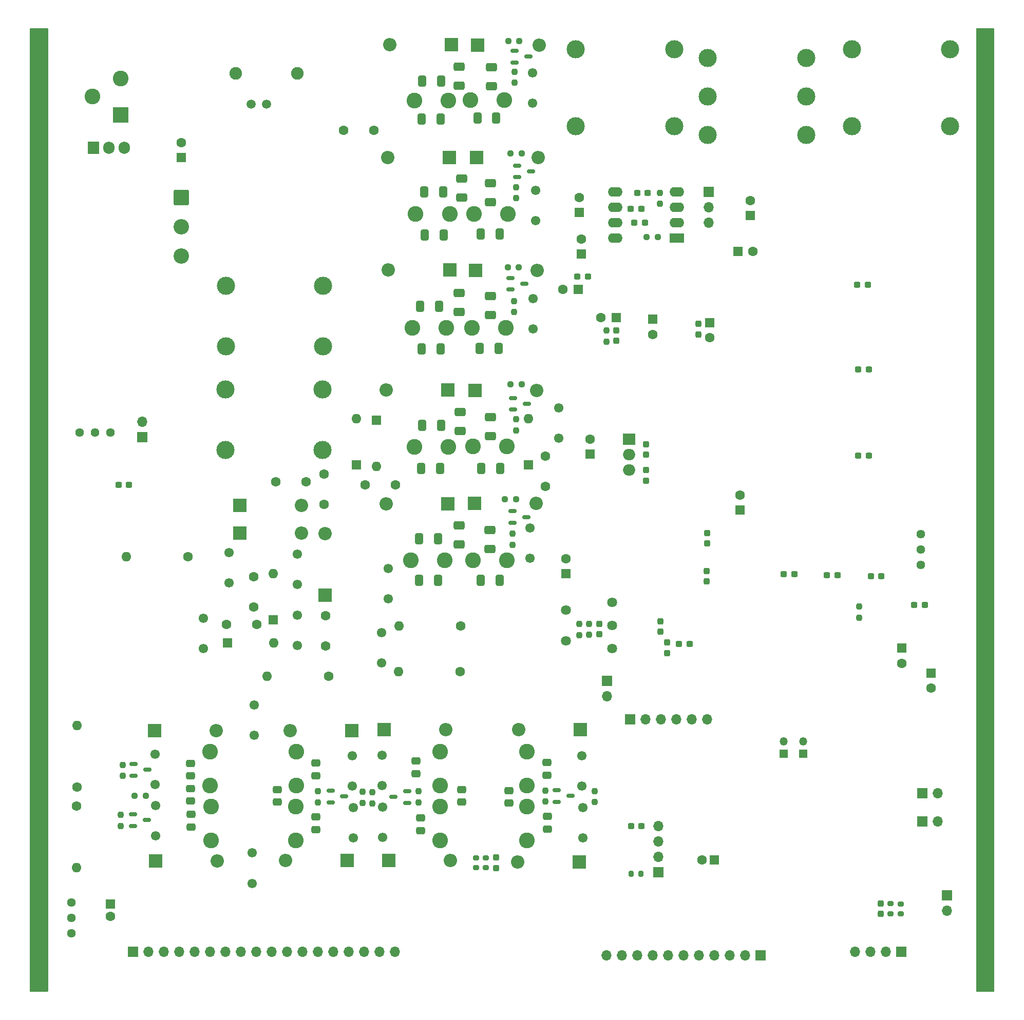
<source format=gbs>
G04 #@! TF.GenerationSoftware,KiCad,Pcbnew,7.0.10*
G04 #@! TF.CreationDate,2024-11-23T11:02:06-08:00*
G04 #@! TF.ProjectId,fieldRadio,6669656c-6452-4616-9469-6f2e6b696361,rev?*
G04 #@! TF.SameCoordinates,Original*
G04 #@! TF.FileFunction,Soldermask,Bot*
G04 #@! TF.FilePolarity,Negative*
%FSLAX46Y46*%
G04 Gerber Fmt 4.6, Leading zero omitted, Abs format (unit mm)*
G04 Created by KiCad (PCBNEW 7.0.10) date 2024-11-23 11:02:06*
%MOMM*%
%LPD*%
G01*
G04 APERTURE LIST*
G04 Aperture macros list*
%AMRoundRect*
0 Rectangle with rounded corners*
0 $1 Rounding radius*
0 $2 $3 $4 $5 $6 $7 $8 $9 X,Y pos of 4 corners*
0 Add a 4 corners polygon primitive as box body*
4,1,4,$2,$3,$4,$5,$6,$7,$8,$9,$2,$3,0*
0 Add four circle primitives for the rounded corners*
1,1,$1+$1,$2,$3*
1,1,$1+$1,$4,$5*
1,1,$1+$1,$6,$7*
1,1,$1+$1,$8,$9*
0 Add four rect primitives between the rounded corners*
20,1,$1+$1,$2,$3,$4,$5,0*
20,1,$1+$1,$4,$5,$6,$7,0*
20,1,$1+$1,$6,$7,$8,$9,0*
20,1,$1+$1,$8,$9,$2,$3,0*%
G04 Aperture macros list end*
%ADD10R,2.200000X2.200000*%
%ADD11O,2.200000X2.200000*%
%ADD12C,1.600000*%
%ADD13C,1.550000*%
%ADD14R,1.905000X2.000000*%
%ADD15O,1.905000X2.000000*%
%ADD16R,1.600000X1.600000*%
%ADD17C,2.600000*%
%ADD18R,1.700000X1.700000*%
%ADD19O,1.700000X1.700000*%
%ADD20C,3.000000*%
%ADD21R,1.350000X1.350000*%
%ADD22O,1.350000X1.350000*%
%ADD23O,1.600000X1.600000*%
%ADD24R,2.000000X1.905000*%
%ADD25O,2.000000X1.905000*%
%ADD26C,1.440000*%
%ADD27R,2.400000X1.600000*%
%ADD28O,2.400000X1.600000*%
%ADD29RoundRect,0.249999X-1.025001X1.025001X-1.025001X-1.025001X1.025001X-1.025001X1.025001X1.025001X0*%
%ADD30C,2.550000*%
%ADD31C,2.090000*%
%ADD32C,1.509000*%
%ADD33R,2.600000X2.600000*%
%ADD34C,1.627000*%
%ADD35RoundRect,0.250000X0.650000X-0.412500X0.650000X0.412500X-0.650000X0.412500X-0.650000X-0.412500X0*%
%ADD36RoundRect,0.237500X0.237500X-0.250000X0.237500X0.250000X-0.237500X0.250000X-0.237500X-0.250000X0*%
%ADD37RoundRect,0.250000X-0.412500X-0.650000X0.412500X-0.650000X0.412500X0.650000X-0.412500X0.650000X0*%
%ADD38RoundRect,0.237500X-0.300000X-0.237500X0.300000X-0.237500X0.300000X0.237500X-0.300000X0.237500X0*%
%ADD39RoundRect,0.250000X0.475000X-0.337500X0.475000X0.337500X-0.475000X0.337500X-0.475000X-0.337500X0*%
%ADD40RoundRect,0.237500X0.300000X0.237500X-0.300000X0.237500X-0.300000X-0.237500X0.300000X-0.237500X0*%
%ADD41RoundRect,0.200000X-0.200000X-0.275000X0.200000X-0.275000X0.200000X0.275000X-0.200000X0.275000X0*%
%ADD42RoundRect,0.237500X0.250000X0.237500X-0.250000X0.237500X-0.250000X-0.237500X0.250000X-0.237500X0*%
%ADD43RoundRect,0.200000X0.275000X-0.200000X0.275000X0.200000X-0.275000X0.200000X-0.275000X-0.200000X0*%
%ADD44RoundRect,0.237500X-0.237500X0.250000X-0.237500X-0.250000X0.237500X-0.250000X0.237500X0.250000X0*%
%ADD45RoundRect,0.237500X0.237500X-0.300000X0.237500X0.300000X-0.237500X0.300000X-0.237500X-0.300000X0*%
%ADD46RoundRect,0.150000X-0.512500X-0.150000X0.512500X-0.150000X0.512500X0.150000X-0.512500X0.150000X0*%
%ADD47RoundRect,0.237500X-0.237500X0.300000X-0.237500X-0.300000X0.237500X-0.300000X0.237500X0.300000X0*%
%ADD48RoundRect,0.150000X0.512500X0.150000X-0.512500X0.150000X-0.512500X-0.150000X0.512500X-0.150000X0*%
%ADD49RoundRect,0.200000X-0.275000X0.200000X-0.275000X-0.200000X0.275000X-0.200000X0.275000X0.200000X0*%
G04 APERTURE END LIST*
D10*
X162830000Y-209557635D03*
D11*
X152670000Y-209557635D03*
D12*
X104640000Y-170420000D03*
X109640000Y-170420000D03*
D13*
X92875000Y-191807635D03*
X92875000Y-196807635D03*
X125575000Y-200600000D03*
X125575000Y-205600000D03*
D14*
X82725000Y-91750000D03*
D15*
X85265000Y-91750000D03*
X87805000Y-91750000D03*
D16*
X185065112Y-209240000D03*
D12*
X183065112Y-209240000D03*
D16*
X220820000Y-178404888D03*
D12*
X220820000Y-180904888D03*
D16*
X168902380Y-119780000D03*
D12*
X166402380Y-119780000D03*
D10*
X124555000Y-209357635D03*
D11*
X114395000Y-209357635D03*
D17*
X139850000Y-196982635D03*
X139850000Y-191382635D03*
D18*
X223480000Y-215055000D03*
D19*
X223480000Y-217595000D03*
D12*
X112770000Y-146890000D03*
X117770000Y-146890000D03*
D18*
X90770000Y-139480000D03*
D19*
X90770000Y-136940000D03*
D13*
X125425000Y-197057635D03*
X125425000Y-192057635D03*
D12*
X123940000Y-88890000D03*
X128940000Y-88890000D03*
D17*
X154225000Y-200432635D03*
X154225000Y-206032635D03*
D20*
X162250000Y-75475000D03*
X178480000Y-75475000D03*
X162250000Y-88175000D03*
X178480000Y-88175000D03*
X120545000Y-114510000D03*
X104545000Y-114510000D03*
X120545000Y-124510000D03*
X104545000Y-124510000D03*
D17*
X139850000Y-200432635D03*
X139850000Y-206032635D03*
D21*
X196500000Y-191720000D03*
D22*
X196500000Y-189720000D03*
D13*
X163450000Y-200632635D03*
X163450000Y-205632635D03*
X116390000Y-173880000D03*
X116390000Y-168880000D03*
D12*
X127520000Y-147375000D03*
X132520000Y-147375000D03*
D16*
X191050000Y-102942379D03*
D12*
X191050000Y-100442379D03*
D16*
X188967621Y-108840000D03*
D12*
X191467621Y-108840000D03*
D17*
X135050000Y-159770000D03*
X140650000Y-159770000D03*
D12*
X157220000Y-142625000D03*
X157220000Y-147625000D03*
D17*
X101975000Y-197007635D03*
X101975000Y-191407635D03*
D10*
X145890000Y-93325000D03*
D11*
X156050000Y-93325000D03*
D13*
X130270000Y-176775000D03*
X130270000Y-171775000D03*
D17*
X102125000Y-200407635D03*
X102125000Y-206007635D03*
D10*
X141200000Y-131675000D03*
D11*
X131040000Y-131675000D03*
D17*
X135310000Y-121420000D03*
X140910000Y-121420000D03*
D16*
X97175000Y-93386395D03*
D12*
X97175000Y-90886395D03*
D16*
X154420000Y-144025000D03*
D23*
X154420000Y-136405000D03*
D20*
X207755000Y-75465000D03*
X223985000Y-75465000D03*
X207755000Y-88165000D03*
X223985000Y-88165000D03*
D16*
X163180000Y-109282379D03*
D12*
X163180000Y-106782379D03*
D17*
X144890000Y-83840000D03*
X150490000Y-83840000D03*
D13*
X100830000Y-174400000D03*
X100830000Y-169400000D03*
X155180000Y-121640000D03*
X155180000Y-116640000D03*
D10*
X141770000Y-74725000D03*
D11*
X131610000Y-74725000D03*
D17*
X145440000Y-102640000D03*
X151040000Y-102640000D03*
D16*
X104860000Y-173450000D03*
D23*
X112480000Y-173450000D03*
D13*
X155640000Y-103740000D03*
X155640000Y-98740000D03*
X130300000Y-197007635D03*
X130300000Y-192007635D03*
D24*
X171050000Y-139870000D03*
D25*
X171050000Y-142410000D03*
X171050000Y-144950000D03*
D26*
X79070000Y-216270000D03*
X79070000Y-218810000D03*
X79070000Y-221350000D03*
D10*
X162980000Y-187732635D03*
D11*
X152820000Y-187732635D03*
D17*
X154200000Y-196982635D03*
X154200000Y-191382635D03*
X145270000Y-159820000D03*
X150870000Y-159820000D03*
D27*
X178920000Y-106680000D03*
D28*
X178920000Y-104140000D03*
X178920000Y-101600000D03*
X178920000Y-99060000D03*
X168760000Y-99060000D03*
X168760000Y-101600000D03*
X168760000Y-104140000D03*
X168760000Y-106680000D03*
D10*
X92845000Y-187957635D03*
D11*
X103005000Y-187957635D03*
D29*
X97250000Y-99975000D03*
D30*
X97250000Y-104775000D03*
X97250000Y-109575000D03*
D17*
X145290000Y-141040000D03*
X150890000Y-141040000D03*
D16*
X189340000Y-151550000D03*
D12*
X189340000Y-149050000D03*
D17*
X135620000Y-83920000D03*
X141220000Y-83920000D03*
D12*
X121050000Y-168930000D03*
X121050000Y-173930000D03*
D10*
X131445000Y-209357635D03*
D11*
X141605000Y-209357635D03*
D16*
X162830000Y-102410000D03*
D12*
X162830000Y-99910000D03*
D13*
X131370000Y-166175000D03*
X131370000Y-161175000D03*
D10*
X106850000Y-155360000D03*
D11*
X117010000Y-155360000D03*
D10*
X141500000Y-111925000D03*
D11*
X131340000Y-111925000D03*
D13*
X108900000Y-213107635D03*
X108900000Y-208107635D03*
X116380000Y-158812365D03*
X116380000Y-163812365D03*
D16*
X85500000Y-216544887D03*
D12*
X85500000Y-218544887D03*
D10*
X141450000Y-93325000D03*
D11*
X131290000Y-93325000D03*
D18*
X192720000Y-224980000D03*
D19*
X190180000Y-224980000D03*
X187640000Y-224980000D03*
X185100000Y-224980000D03*
X182560000Y-224980000D03*
X180020000Y-224980000D03*
X177480000Y-224980000D03*
X174940000Y-224980000D03*
X172400000Y-224980000D03*
X169860000Y-224980000D03*
X167320000Y-224980000D03*
D16*
X129400000Y-136720000D03*
D23*
X129400000Y-144340000D03*
D18*
X167440000Y-179670000D03*
D19*
X167440000Y-182210000D03*
D18*
X215920000Y-224390000D03*
D19*
X213380000Y-224390000D03*
X210840000Y-224390000D03*
X208300000Y-224390000D03*
D10*
X146070000Y-74775000D03*
D11*
X156230000Y-74775000D03*
D13*
X130400000Y-200500000D03*
X130400000Y-205500000D03*
D16*
X215995000Y-174297387D03*
D12*
X215995000Y-176797387D03*
D18*
X184180000Y-98980000D03*
D19*
X184180000Y-101520000D03*
X184180000Y-104060000D03*
D12*
X121550000Y-178960000D03*
D23*
X111390000Y-178960000D03*
D16*
X164595000Y-142310000D03*
D12*
X164595000Y-139810000D03*
D10*
X145560000Y-150425000D03*
D11*
X155720000Y-150425000D03*
D18*
X175850000Y-211320000D03*
D19*
X175850000Y-208780000D03*
X175850000Y-206240000D03*
X175850000Y-203700000D03*
D13*
X109200000Y-183657635D03*
X109200000Y-188657635D03*
X105130000Y-163550000D03*
X105130000Y-158550000D03*
D17*
X145160000Y-121425000D03*
X150760000Y-121425000D03*
D16*
X174960000Y-120057620D03*
D12*
X174960000Y-122557620D03*
D17*
X135630000Y-141140000D03*
X141230000Y-141140000D03*
D31*
X106170000Y-79420000D03*
X116330000Y-79420000D03*
D32*
X111250000Y-84500000D03*
X108710000Y-84500000D03*
D26*
X80470000Y-138725000D03*
X83010000Y-138725000D03*
X85550000Y-138725000D03*
D10*
X125325000Y-187957635D03*
D11*
X115165000Y-187957635D03*
D17*
X135860000Y-102640000D03*
X141460000Y-102640000D03*
D26*
X219150000Y-160607500D03*
X219150000Y-158067500D03*
X219150000Y-155527500D03*
D13*
X159430000Y-139660000D03*
X159430000Y-134660000D03*
D10*
X92945000Y-209457635D03*
D11*
X103105000Y-209457635D03*
D17*
X116175000Y-197007635D03*
X116175000Y-191407635D03*
D12*
X120720000Y-145590000D03*
X120720000Y-150590000D03*
D16*
X160640000Y-162032380D03*
D12*
X160640000Y-159532380D03*
D10*
X145720000Y-111975000D03*
D11*
X155880000Y-111975000D03*
D10*
X130645000Y-187757635D03*
D11*
X140805000Y-187757635D03*
D10*
X120930000Y-165570000D03*
D11*
X120930000Y-155410000D03*
D21*
X199790000Y-191720000D03*
D22*
X199790000Y-189720000D03*
D16*
X162630000Y-115080000D03*
D12*
X160130000Y-115080000D03*
D13*
X93000000Y-200275000D03*
X93000000Y-205275000D03*
D12*
X80020000Y-197210000D03*
D23*
X80020000Y-187050000D03*
D12*
X109180000Y-167530000D03*
X109180000Y-162530000D03*
X98330000Y-159220000D03*
D23*
X88170000Y-159220000D03*
D10*
X145640000Y-131775000D03*
D11*
X155800000Y-131775000D03*
D20*
X184015000Y-83255000D03*
X200245000Y-83255000D03*
X184015000Y-76905000D03*
X200245000Y-76905000D03*
X184015000Y-89605000D03*
X200245000Y-89605000D03*
D13*
X154740000Y-159475000D03*
X154740000Y-154475000D03*
D18*
X219425000Y-198240000D03*
D19*
X221965000Y-198240000D03*
D12*
X143210000Y-178180000D03*
D23*
X133050000Y-178180000D03*
D18*
X171210000Y-186040000D03*
D19*
X173750000Y-186040000D03*
X176290000Y-186040000D03*
X178830000Y-186040000D03*
X181370000Y-186040000D03*
X183910000Y-186040000D03*
D16*
X126100000Y-144050000D03*
D23*
X126100000Y-136430000D03*
D33*
X87250000Y-86280000D03*
D17*
X87250000Y-80280000D03*
X82550000Y-83280000D03*
D19*
X132430000Y-224380000D03*
X129890000Y-224380000D03*
X127350000Y-224380000D03*
X124810000Y-224380000D03*
X122270000Y-224380000D03*
X119730000Y-224380000D03*
X117190000Y-224380000D03*
X114650000Y-224380000D03*
X112110000Y-224380000D03*
X109570000Y-224380000D03*
X107030000Y-224380000D03*
X104490000Y-224380000D03*
X101950000Y-224380000D03*
X99410000Y-224380000D03*
X96870000Y-224380000D03*
X94330000Y-224380000D03*
X91790000Y-224380000D03*
D18*
X89250000Y-224380000D03*
D12*
X143240000Y-170630000D03*
D23*
X133080000Y-170630000D03*
D20*
X120470000Y-131610000D03*
X104470000Y-131610000D03*
X120470000Y-141610000D03*
X104470000Y-141610000D03*
D12*
X79950000Y-200380000D03*
D23*
X79950000Y-210540000D03*
D34*
X160610000Y-168000000D03*
X160610000Y-173080000D03*
X168230000Y-166730000D03*
X168230000Y-170540000D03*
X168230000Y-174350000D03*
D17*
X116125000Y-200457635D03*
X116125000Y-206057635D03*
D13*
X155170000Y-84375000D03*
X155170000Y-79375000D03*
D16*
X112350000Y-169660000D03*
D23*
X112350000Y-162040000D03*
D13*
X163250000Y-197057635D03*
X163250000Y-192057635D03*
D10*
X141120000Y-150475000D03*
D11*
X130960000Y-150475000D03*
D18*
X219425000Y-202900000D03*
D19*
X221965000Y-202900000D03*
D10*
X106840000Y-150750000D03*
D11*
X117000000Y-150750000D03*
D16*
X184380000Y-120600000D03*
D12*
X184380000Y-123100000D03*
D35*
X143000000Y-157182500D03*
X143000000Y-154057500D03*
D36*
X152400000Y-138372500D03*
X152400000Y-136547500D03*
D37*
X146597500Y-163100000D03*
X149722500Y-163100000D03*
D38*
X218057500Y-167137442D03*
X219782500Y-167137442D03*
D39*
X157550000Y-204145135D03*
X157550000Y-202070135D03*
D40*
X174132500Y-99180000D03*
X172407500Y-99180000D03*
D41*
X171345000Y-211550000D03*
X172995000Y-211550000D03*
D38*
X208822500Y-128320000D03*
X210547500Y-128320000D03*
D42*
X153332500Y-92710000D03*
X151507500Y-92710000D03*
D43*
X214125000Y-218140000D03*
X214125000Y-216490000D03*
D44*
X176120000Y-99167500D03*
X176120000Y-100992500D03*
D39*
X119425000Y-195345135D03*
X119425000Y-193270135D03*
D37*
X137247500Y-99000000D03*
X140372500Y-99000000D03*
D45*
X173870000Y-142372500D03*
X173870000Y-140647500D03*
D36*
X165350000Y-199695135D03*
X165350000Y-197870135D03*
D43*
X147415000Y-210560000D03*
X147415000Y-208910000D03*
D36*
X208970000Y-169265000D03*
X208970000Y-167440000D03*
D45*
X176190000Y-171592500D03*
X176190000Y-169867500D03*
D46*
X151952500Y-134950000D03*
X151952500Y-133050000D03*
X154227500Y-134000000D03*
D37*
X136407500Y-163110000D03*
X139532500Y-163110000D03*
D36*
X152420000Y-100062500D03*
X152420000Y-98237500D03*
X152140000Y-81002500D03*
X152140000Y-79177500D03*
D42*
X152932500Y-74125000D03*
X151107500Y-74125000D03*
D45*
X183890000Y-157022500D03*
X183890000Y-155297500D03*
D36*
X164445000Y-172092500D03*
X164445000Y-170267500D03*
D37*
X136917500Y-80750000D03*
X140042500Y-80750000D03*
D35*
X148070000Y-157932500D03*
X148070000Y-154807500D03*
D40*
X181002500Y-173610000D03*
X179277500Y-173610000D03*
D39*
X98775000Y-195395135D03*
X98775000Y-193320135D03*
D45*
X182480000Y-122542500D03*
X182480000Y-120817500D03*
X183850000Y-163292500D03*
X183850000Y-161567500D03*
X166145000Y-172017500D03*
X166145000Y-170292500D03*
D37*
X136557500Y-117940000D03*
X139682500Y-117940000D03*
D39*
X143425000Y-199695135D03*
X143425000Y-197620135D03*
D37*
X136747500Y-144620000D03*
X139872500Y-144620000D03*
D43*
X215800000Y-218165000D03*
X215800000Y-216515000D03*
D42*
X91337500Y-198632635D03*
X89512500Y-198632635D03*
D35*
X148370000Y-81542500D03*
X148370000Y-78417500D03*
D39*
X136700000Y-204395135D03*
X136700000Y-202320135D03*
D40*
X173632500Y-104130000D03*
X171907500Y-104130000D03*
D37*
X146027500Y-86840000D03*
X149152500Y-86840000D03*
D46*
X89362500Y-195332635D03*
X89362500Y-193432635D03*
X91637500Y-194382635D03*
D38*
X210932500Y-162402500D03*
X212657500Y-162402500D03*
D42*
X152402500Y-149775000D03*
X150577500Y-149775000D03*
D37*
X136967500Y-137510000D03*
X140092500Y-137510000D03*
D39*
X157475000Y-195245135D03*
X157475000Y-193170135D03*
D45*
X168930000Y-123592500D03*
X168930000Y-121867500D03*
D38*
X86887500Y-147385000D03*
X88612500Y-147385000D03*
D39*
X113075000Y-199695135D03*
X113075000Y-197620135D03*
D35*
X143230000Y-138432500D03*
X143230000Y-135307500D03*
D42*
X175757500Y-106430000D03*
X173932500Y-106430000D03*
D38*
X196557500Y-162127500D03*
X198282500Y-162127500D03*
D37*
X136827500Y-86960000D03*
X139952500Y-86960000D03*
D46*
X152192500Y-77650000D03*
X152192500Y-75750000D03*
X154467500Y-76700000D03*
D47*
X212510000Y-216447500D03*
X212510000Y-218172500D03*
D37*
X146387500Y-124820000D03*
X149512500Y-124820000D03*
D39*
X151200000Y-199895135D03*
X151200000Y-197820135D03*
D44*
X87575000Y-193570135D03*
X87575000Y-195395135D03*
X162820000Y-170317500D03*
X162820000Y-172142500D03*
D35*
X148170000Y-100687500D03*
X148170000Y-97562500D03*
D40*
X164242500Y-113030000D03*
X162517500Y-113030000D03*
D37*
X136857500Y-124930000D03*
X139982500Y-124930000D03*
D46*
X89262500Y-203632635D03*
X89262500Y-201732635D03*
X91537500Y-202682635D03*
D37*
X146607500Y-105990000D03*
X149732500Y-105990000D03*
D38*
X171367500Y-203690000D03*
X173092500Y-203690000D03*
D44*
X157250000Y-197820135D03*
X157250000Y-199645135D03*
X87225000Y-201820135D03*
X87225000Y-203645135D03*
D36*
X136350000Y-199745135D03*
X136350000Y-197920135D03*
D46*
X159137500Y-199657635D03*
X159137500Y-197757635D03*
X161412500Y-198707635D03*
D35*
X143060000Y-81512500D03*
X143060000Y-78387500D03*
D36*
X151800000Y-157252500D03*
X151800000Y-155427500D03*
D44*
X119775000Y-197920135D03*
X119775000Y-199745135D03*
D48*
X134437500Y-197932635D03*
X134437500Y-199832635D03*
X132162500Y-198882635D03*
D39*
X98775000Y-199545135D03*
X98775000Y-197470135D03*
D38*
X208822500Y-142520000D03*
X210547500Y-142520000D03*
D39*
X98825000Y-203795135D03*
X98825000Y-201720135D03*
D49*
X145790000Y-208885000D03*
X145790000Y-210535000D03*
D46*
X151832500Y-153610000D03*
X151832500Y-151710000D03*
X154107500Y-152660000D03*
D35*
X148200000Y-119302500D03*
X148200000Y-116177500D03*
D39*
X135925000Y-194995135D03*
X135925000Y-192920135D03*
D36*
X128675000Y-199920135D03*
X128675000Y-198095135D03*
D46*
X151462500Y-115140000D03*
X151462500Y-113240000D03*
X153737500Y-114190000D03*
X121812500Y-199732635D03*
X121812500Y-197832635D03*
X124087500Y-198782635D03*
D37*
X136407500Y-156220000D03*
X139532500Y-156220000D03*
D47*
X177320000Y-173397500D03*
X177320000Y-175122500D03*
D39*
X119375000Y-204245135D03*
X119375000Y-202170135D03*
D36*
X127100000Y-199845135D03*
X127100000Y-198020135D03*
D35*
X148220000Y-139337500D03*
X148220000Y-136212500D03*
D38*
X208672500Y-114320000D03*
X210397500Y-114320000D03*
X171317500Y-101810000D03*
X173042500Y-101810000D03*
D35*
X143000000Y-118792500D03*
X143000000Y-115667500D03*
D42*
X153312500Y-130730000D03*
X151487500Y-130730000D03*
D46*
X152602500Y-96600000D03*
X152602500Y-94700000D03*
X154877500Y-95650000D03*
D47*
X173870000Y-144922500D03*
X173870000Y-146647500D03*
D44*
X167330000Y-121877500D03*
X167330000Y-123702500D03*
D36*
X152060000Y-118852500D03*
X152060000Y-117027500D03*
D37*
X146647500Y-144630000D03*
X149772500Y-144630000D03*
D38*
X203657500Y-162277500D03*
X205382500Y-162277500D03*
D37*
X137327500Y-106110000D03*
X140452500Y-106110000D03*
D42*
X152872500Y-111440000D03*
X151047500Y-111440000D03*
D47*
X149090000Y-208847500D03*
X149090000Y-210572500D03*
D35*
X143420000Y-99982500D03*
X143420000Y-96857500D03*
G36*
X231193039Y-72019685D02*
G01*
X231238794Y-72072489D01*
X231250000Y-72124000D01*
X231250000Y-230866412D01*
X231230315Y-230933451D01*
X231177511Y-230979206D01*
X231126413Y-230990411D01*
X228374413Y-230999585D01*
X228307309Y-230980124D01*
X228261378Y-230927473D01*
X228250000Y-230875586D01*
X228250000Y-72124000D01*
X228269685Y-72056961D01*
X228322489Y-72011206D01*
X228374000Y-72000000D01*
X231126000Y-72000000D01*
X231193039Y-72019685D01*
G37*
G36*
X75193039Y-72019685D02*
G01*
X75238794Y-72072489D01*
X75250000Y-72124000D01*
X75250000Y-230876000D01*
X75230315Y-230943039D01*
X75177511Y-230988794D01*
X75126000Y-231000000D01*
X72374000Y-231000000D01*
X72306961Y-230980315D01*
X72261206Y-230927511D01*
X72250000Y-230876000D01*
X72250000Y-72124000D01*
X72269685Y-72056961D01*
X72322489Y-72011206D01*
X72374000Y-72000000D01*
X75126000Y-72000000D01*
X75193039Y-72019685D01*
G37*
M02*

</source>
